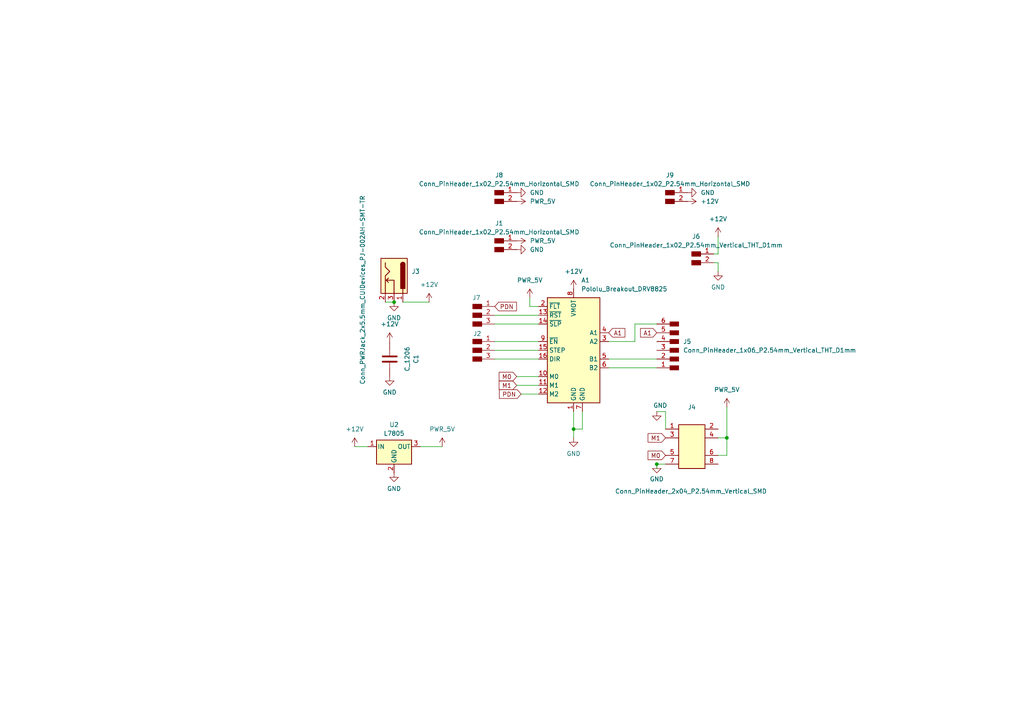
<source format=kicad_sch>
(kicad_sch (version 20231120) (generator "eeschema") (generator_version "8.0")
  (paper "A4")
  (lib_symbols
    (symbol "Driver_Motor:Pololu_Breakout_DRV8825"
      (property "Reference" "A" (at -2.54 16.51 0))
      (property "Value" "Pololu_Breakout_DRV8825" (at -2.54 13.97 0))
      (symbol "Pololu_Breakout_DRV8825_0_1"
        (rectangle (start 7.62 -17.78) (end -7.62 12.7) (stroke (width 0.254)) (fill (type background)))
      )
      (symbol "Pololu_Breakout_DRV8825_1_1"
        (pin power_in line (at 0 -20.32 90) (length 2.54) (name "GND") (number "1"))
        (pin input line (at -10.16 -10.16 0) (length 2.54) (name "M0") (number "10"))
        (pin input line (at -10.16 -12.7 0) (length 2.54) (name "M1") (number "11"))
        (pin input line (at -10.16 -15.24 0) (length 2.54) (name "M2") (number "12"))
        (pin input line (at -10.16 7.62 0) (length 2.54) (name "~{RST}") (number "13"))
        (pin input line (at -10.16 5.08 0) (length 2.54) (name "~{SLP}") (number "14"))
        (pin input line (at -10.16 -2.54 0) (length 2.54) (name "STEP") (number "15"))
        (pin input line (at -10.16 -5.08 0) (length 2.54) (name "DIR") (number "16"))
        (pin output line (at -10.16 10.16 0) (length 2.54) (name "~{FLT}") (number "2"))
        (pin output line (at 10.16 0 180) (length 2.54) (name "A2") (number "3"))
        (pin output line (at 10.16 2.54 180) (length 2.54) (name "A1") (number "4"))
        (pin output line (at 10.16 -5.08 180) (length 2.54) (name "B1") (number "5"))
        (pin output line (at 10.16 -7.62 180) (length 2.54) (name "B2") (number "6"))
        (pin power_in line (at 2.54 -20.32 90) (length 2.54) (name "GND") (number "7"))
        (pin power_in line (at 0 15.24 270) (length 2.54) (name "VMOT") (number "8"))
        (pin input line (at -10.16 0 0) (length 2.54) (name "~{EN}") (number "9"))
      )
    )
    (symbol "Regulator_Linear:L7805" (pin_names (offset 0.254))
      (property "Reference" "U" (at -3.81 3.175 0))
      (property "Value" "L7805" (at 0 3.175 0))
      (symbol "L7805_0_1"
        (rectangle (start -5.08 1.905) (end 5.08 -5.08) (stroke (width 0.254)) (fill (type background)))
      )
      (symbol "L7805_1_1"
        (pin power_in line (at -7.62 0 0) (length 2.54) (name "IN") (number "1"))
        (pin power_in line (at 0 -7.62 90) (length 2.54) (name "GND") (number "2"))
        (pin power_out line (at 7.62 0 180) (length 2.54) (name "OUT") (number "3"))
      )
    )
    (symbol "fab:C_1206" (pin_numbers hide)
      (property "Reference" "C" (at 0.635 2.54 0))
      (property "Value" "C_1206" (at 0.635 -2.54 0))
      (symbol "C_1206_0_1"
        (polyline (pts (xy -2.032 -0.762) (xy 2.032 -0.762)) (stroke (width 0.508)))
        (polyline (pts (xy -2.032 0.762) (xy 2.032 0.762)) (stroke (width 0.508)))
        (polyline (pts (xy 0 -0.635) (xy 0 -2.54)))
        (polyline (pts (xy 0 0.635) (xy 0 2.54)))
      )
      (symbol "C_1206_1_1"
        (pin passive line (at 0 5.08 270) (length 2.54) (name "~") (number "1"))
        (pin passive line (at 0 -5.08 90) (length 2.54) (name "~") (number "2"))
      )
    )
    (symbol "fab:Conn_PWRJack_2x5.5mm_CUIDevices_PJ-002AH-SMT-TR" (pin_names hide)
      (property "Reference" "J" (at 0 5.334 0))
      (property "Value" "Conn_PWRJack_2x5.5mm_CUIDevices_PJ-002AH-SMT-TR" (at 0 -5.08 0))
      (symbol "Conn_PWRJack_2x5.5mm_CUIDevices_PJ-002AH-SMT-TR_0_1"
        (rectangle (start -5.08 3.81) (end 5.08 -3.81) (stroke (width 0.254)) (fill (type background)))
        (arc (start -3.302 3.175) (mid -3.9343 2.54) (end -3.302 1.905) (stroke (width 0.254)))
        (arc (start -3.302 3.175) (mid -3.9343 2.54) (end -3.302 1.905) (stroke (width 0.254)) (fill (type outline)))
        (polyline (pts (xy 1.27 -2.286) (xy 1.905 -1.651)) (stroke (width 0.254)))
        (polyline (pts (xy 5.08 2.54) (xy 3.81 2.54)) (stroke (width 0.254)))
        (polyline (pts (xy 5.08 0) (xy 1.27 0) (xy 1.27 -2.286) (xy 0.635 -1.651)) (stroke (width 0.254)))
        (polyline (pts (xy -3.81 -2.54) (xy -2.54 -2.54) (xy -1.27 -1.27) (xy 0 -2.54) (xy 2.54 -2.54) (xy 5.08 -2.54)) (stroke (width 0.254)))
        (rectangle (start 3.683 3.175) (end -3.302 1.905) (stroke (width 0.254)) (fill (type outline)))
      )
      (symbol "Conn_PWRJack_2x5.5mm_CUIDevices_PJ-002AH-SMT-TR_1_1"
        (pin passive line (at 7.62 2.54 180) (length 2.54) (name "~") (number "1"))
        (pin passive line (at 7.62 -2.54 180) (length 2.54) (name "~") (number "2"))
        (pin passive line (at 7.62 0 180) (length 2.54) (name "~") (number "3"))
      )
    )
    (symbol "fab:Conn_PinHeader_1x02_P2.54mm_Horizontal_SMD" (pin_names hide)
      (property "Reference" "J" (at 0 2.54 0))
      (property "Value" "Conn_PinHeader_1x02_P2.54mm_Horizontal_SMD" (at 0 -5.08 0))
      (symbol "Conn_PinHeader_1x02_P2.54mm_Horizontal_SMD_1_1"
        (rectangle (start -1.27 -1.905) (end 1.27 -3.175) (stroke (width 0.254)) (fill (type outline)))
        (rectangle (start -1.27 0.635) (end 1.27 -0.635) (stroke (width 0.254)) (fill (type outline)))
        (pin passive line (at 5.08 0 180) (length 3.81) (name "Pin_1") (number "1"))
        (pin passive line (at 5.08 -2.54 180) (length 3.81) (name "Pin_2") (number "2"))
      )
    )
    (symbol "fab:Conn_PinHeader_1x02_P2.54mm_Vertical_THT_D1mm" (pin_names hide)
      (property "Reference" "J" (at 0 2.54 0))
      (property "Value" "Conn_PinHeader_1x02_P2.54mm_Vertical_THT_D1mm" (at 0 -5.08 0))
      (symbol "Conn_PinHeader_1x02_P2.54mm_Vertical_THT_D1mm_1_1"
        (rectangle (start -1.27 -1.905) (end 1.27 -3.175) (stroke (width 0.254)) (fill (type outline)))
        (rectangle (start -1.27 0.635) (end 1.27 -0.635) (stroke (width 0.254)) (fill (type outline)))
        (pin passive line (at 5.08 0 180) (length 3.81) (name "Pin_1") (number "1"))
        (pin passive line (at 5.08 -2.54 180) (length 3.81) (name "Pin_2") (number "2"))
      )
    )
    (symbol "fab:Conn_PinHeader_1x03_P2.54mm_Horizontal_SMD" (pin_names hide)
      (property "Reference" "J" (at 0 5.08 0))
      (property "Value" "Conn_PinHeader_1x03_P2.54mm_Horizontal_SMD" (at 0 -5.08 0))
      (symbol "Conn_PinHeader_1x03_P2.54mm_Horizontal_SMD_1_1"
        (rectangle (start -1.27 -1.905) (end 1.27 -3.175) (stroke (width 0.254)) (fill (type outline)))
        (rectangle (start -1.27 0.635) (end 1.27 -0.635) (stroke (width 0.254)) (fill (type outline)))
        (rectangle (start -1.27 3.175) (end 1.27 1.905) (stroke (width 0.254)) (fill (type outline)))
        (pin passive line (at 5.08 2.54 180) (length 3.81) (name "Pin_1") (number "1"))
        (pin passive line (at 5.08 0 180) (length 3.81) (name "Pin_2") (number "2"))
        (pin passive line (at 5.08 -2.54 180) (length 3.81) (name "Pin_3") (number "3"))
      )
    )
    (symbol "fab:Conn_PinHeader_1x06_P2.54mm_Vertical_THT_D1mm" (pin_names hide)
      (property "Reference" "J" (at 0 7.62 0))
      (property "Value" "Conn_PinHeader_1x06_P2.54mm_Vertical_THT_D1mm" (at 0 -10.16 0))
      (symbol "Conn_PinHeader_1x06_P2.54mm_Vertical_THT_D1mm_1_1"
        (rectangle (start -1.27 -6.985) (end 1.27 -8.255) (stroke (width 0.1524)) (fill (type outline)))
        (rectangle (start -1.27 -4.445) (end 1.27 -5.715) (stroke (width 0.1524)) (fill (type outline)))
        (rectangle (start -1.27 -1.905) (end 1.27 -3.175) (stroke (width 0.1524)) (fill (type outline)))
        (rectangle (start -1.27 0.635) (end 1.27 -0.635) (stroke (width 0.1524)) (fill (type outline)))
        (rectangle (start -1.27 3.175) (end 1.27 1.905) (stroke (width 0.1524)) (fill (type outline)))
        (rectangle (start -1.27 5.715) (end 1.27 4.445) (stroke (width 0.1524)) (fill (type outline)))
        (pin passive line (at 5.08 5.08 180) (length 3.81) (name "Pin_1") (number "1"))
        (pin passive line (at 5.08 2.54 180) (length 3.81) (name "Pin_2") (number "2"))
        (pin passive line (at 5.08 0 180) (length 3.81) (name "Pin_3") (number "3"))
        (pin passive line (at 5.08 -2.54 180) (length 3.81) (name "Pin_4") (number "4"))
        (pin passive line (at 5.08 -5.08 180) (length 3.81) (name "Pin_5") (number "5"))
        (pin passive line (at 5.08 -7.62 180) (length 3.81) (name "Pin_6") (number "6"))
      )
    )
    (symbol "fab:Conn_PinHeader_2x04_P2.54mm_Vertical_SMD" (pin_names hide)
      (property "Reference" "J" (at 0 7.62 0))
      (property "Value" "Conn_PinHeader_2x04_P2.54mm_Vertical_SMD" (at 0 -7.62 0))
      (symbol "Conn_PinHeader_2x04_P2.54mm_Vertical_SMD_1_1"
        (rectangle (start -3.81 6.35) (end 3.81 -6.35) (stroke (width 0.254)) (fill (type background)))
        (pin passive line (at -7.62 5.08 0) (length 3.81) (name "Pin_1") (number "1"))
        (pin passive line (at 7.62 5.08 180) (length 3.81) (name "Pin_2") (number "2"))
        (pin passive line (at -7.62 2.54 0) (length 3.81) (name "Pin_3") (number "3"))
        (pin passive line (at 7.62 2.54 180) (length 3.81) (name "Pin_4") (number "4"))
        (pin passive line (at -7.62 -2.54 0) (length 3.81) (name "Pin_5") (number "5"))
        (pin passive line (at 7.62 -2.54 180) (length 3.81) (name "Pin_6") (number "6"))
        (pin passive line (at -7.62 -5.08 0) (length 3.81) (name "Pin_7") (number "7"))
        (pin passive line (at 7.62 -5.08 180) (length 3.81) (name "Pin_8") (number "8"))
      )
    )
    (symbol "fab:PWR_5V" (power) (pin_names (offset 0))
      (property "Value" "PWR_5V" (at 0 3.556 0))
      (symbol "PWR_5V_0_1"
        (polyline (pts (xy -0.762 1.27) (xy 0 2.54)))
        (polyline (pts (xy 0 0) (xy 0 2.54)))
        (polyline (pts (xy 0 2.54) (xy 0.762 1.27)))
      )
      (symbol "PWR_5V_1_1"
        (pin power_in line (at 0 0 90) (length 0) hide (name "PWR_5V") (number "1"))
      )
    )
    (symbol "power:+12V" (power) (pin_numbers hide) (pin_names (offset 0) hide)
      (property "Value" "+12V" (at 0 3.556 0))
      (symbol "+12V_0_1"
        (polyline (pts (xy -0.762 1.27) (xy 0 2.54)))
        (polyline (pts (xy 0 0) (xy 0 2.54)))
        (polyline (pts (xy 0 2.54) (xy 0.762 1.27)))
      )
      (symbol "+12V_1_1"
        (pin power_in line (at 0 0 90) (length 0) (name "~") (number "1"))
      )
    )
    (symbol "power:GND" (power) (pin_numbers hide) (pin_names (offset 0) hide)
      (property "Value" "GND" (at 0 -3.81 0))
      (symbol "GND_0_1"
        (polyline (pts (xy 0 0) (xy 0 -1.27) (xy 1.27 -1.27) (xy 0 -2.54) (xy -1.27 -1.27) (xy 0 -1.27)))
      )
      (symbol "GND_1_1"
        (pin power_in line (at 0 0 270) (length 0) (name "~") (number "1"))
      )
    )
  )
  (junction (at 190.5 134.62))
  (junction (at 114.3 87.63))
  (junction (at 166.37 124.46))
  (junction (at 210.82 127))
  (wire (pts (xy 207.01 73.66) (xy 208.28 73.66)))
  (wire (pts (xy 184.15 99.06) (xy 176.53 99.06)))
  (wire (pts (xy 166.37 127) (xy 166.37 124.46)))
  (wire (pts (xy 121.92 129.54) (xy 128.27 129.54)))
  (wire (pts (xy 210.82 132.08) (xy 210.82 127)))
  (wire (pts (xy 207.01 76.2) (xy 208.28 76.2)))
  (wire (pts (xy 143.51 101.6) (xy 156.21 101.6)))
  (wire (pts (xy 156.21 88.9) (xy 153.67 88.9)))
  (wire (pts (xy 208.28 76.2) (xy 208.28 78.74)))
  (wire (pts (xy 193.04 119.38) (xy 190.5 119.38)))
  (wire (pts (xy 143.51 99.06) (xy 156.21 99.06)))
  (wire (pts (xy 143.51 93.98) (xy 156.21 93.98)))
  (wire (pts (xy 210.82 118.11) (xy 210.82 127)))
  (wire (pts (xy 193.04 119.38) (xy 193.04 124.46)))
  (wire (pts (xy 184.15 93.98) (xy 184.15 99.06)))
  (wire (pts (xy 149.86 109.22) (xy 156.21 109.22)))
  (wire (pts (xy 143.51 91.44) (xy 156.21 91.44)))
  (wire (pts (xy 102.87 129.54) (xy 106.68 129.54)))
  (wire (pts (xy 208.28 73.66) (xy 208.28 68.58)))
  (wire (pts (xy 210.82 127) (xy 208.28 127)))
  (wire (pts (xy 208.28 132.08) (xy 210.82 132.08)))
  (wire (pts (xy 190.5 135.89) (xy 190.5 134.62)))
  (wire (pts (xy 168.91 119.38) (xy 168.91 124.46)))
  (wire (pts (xy 111.76 87.63) (xy 114.3 87.63)))
  (wire (pts (xy 166.37 124.46) (xy 166.37 119.38)))
  (wire (pts (xy 168.91 124.46) (xy 166.37 124.46)))
  (wire (pts (xy 151.13 114.3) (xy 156.21 114.3)))
  (wire (pts (xy 149.86 111.76) (xy 156.21 111.76)))
  (wire (pts (xy 190.5 134.62) (xy 193.04 134.62)))
  (wire (pts (xy 190.5 93.98) (xy 184.15 93.98)))
  (wire (pts (xy 116.84 87.63) (xy 124.46 87.63)))
  (wire (pts (xy 143.51 104.14) (xy 156.21 104.14)))
  (wire (pts (xy 153.67 88.9) (xy 153.67 86.36)))
  (wire (pts (xy 176.53 104.14) (xy 190.5 104.14)))
  (wire (pts (xy 176.53 106.68) (xy 190.5 106.68)))
  (global_label "PDN" (shape input) (at 143.51 88.9 0) (property "Intersheetrefs" "${INTERSHEET_REFS}" (effects (hide yes))))
  (global_label "M1" (shape input) (at 193.04 127 180) (property "Intersheetrefs" "${INTERSHEET_REFS}" (effects (hide yes))))
  (global_label "A1" (shape input) (at 176.53 96.52 0) (property "Intersheetrefs" "${INTERSHEET_REFS}" (effects (hide yes))))
  (global_label "M0" (shape input) (at 193.04 132.08 180) (property "Intersheetrefs" "${INTERSHEET_REFS}" (effects (hide yes))))
  (global_label "M0" (shape input) (at 149.86 109.22 180) (property "Intersheetrefs" "${INTERSHEET_REFS}" (effects (hide yes))))
  (global_label "A1" (shape input) (at 190.5 96.52 180) (property "Intersheetrefs" "${INTERSHEET_REFS}" (effects (hide yes))))
  (global_label "PDN" (shape input) (at 151.13 114.3 180) (property "Intersheetrefs" "${INTERSHEET_REFS}" (effects (hide yes))))
  (global_label "M1" (shape input) (at 149.86 111.76 180) (property "Intersheetrefs" "${INTERSHEET_REFS}" (effects (hide yes))))
  (symbol (lib_id "fab:PWR_5V") (at 128.27 129.54 0) (unit 1)
    (property "Reference" "#PWR010" (effects (hide yes)))
    (property "Value" "PWR_5V" (at 128.27 124.46 0))
    (property "Description" "Power symbol creates a global label with name \"+5V\"" (effects (hide yes)))
  )
  (symbol (lib_id "power:GND") (at 149.86 55.88 90) (unit 1)
    (property "Reference" "#PWR018" (effects (hide yes)))
    (property "Value" "GND" (at 153.67 55.8799 90) (effects (justify right)))
    (property "Description" "Power symbol creates a global label with name \"GND\" , ground" (effects (hide yes)))
  )
  (symbol (lib_id "fab:Conn_PinHeader_1x02_P2.54mm_Horizontal_SMD") (at 144.78 55.88 0) (unit 1)
    (property "Reference" "J8" (at 144.78 50.8 0))
    (property "Value" "Conn_PinHeader_1x02_P2.54mm_Horizontal_SMD" (at 144.78 53.34 0))
    (property "Footprint" "fab:PinHeader_1x02_P2.54mm_Horizontal_SMD" (effects (hide yes)))
    (property "Description" "Male connector, single row" (effects (hide yes)))
  )
  (symbol (lib_id "power:GND") (at 113.03 109.22 0) (unit 1)
    (property "Reference" "#PWR06" (effects (hide yes)))
    (property "Value" "GND" (at 115.062 113.792 0) (effects (justify right)))
    (property "Description" "Power symbol creates a global label with name \"GND\" , ground" (effects (hide yes)))
  )
  (symbol (lib_id "fab:Conn_PinHeader_2x04_P2.54mm_Vertical_SMD") (at 200.66 129.54 0) (unit 1)
    (property "Reference" "J4" (at 200.66 118.11 0))
    (property "Value" "Conn_PinHeader_2x04_P2.54mm_Vertical_SMD" (at 200.406 142.494 0))
    (property "Footprint" "fab:PinHeader_2x04_P2.54mm_Vertical_SMD" (effects (hide yes)))
    (property "Datasheet" "https://cdn.amphenol-icc.com/media/wysiwyg/files/drawing/95278.pdf" (effects (hide yes)))
    (property "Description" "Connector Header Surface Mount 8 position 0.100\" (2.54mm)" (effects (hide yes)))
  )
  (symbol (lib_id "fab:Conn_PinHeader_1x02_P2.54mm_Horizontal_SMD") (at 144.78 69.85 0) (unit 1)
    (property "Reference" "J1" (at 144.78 64.77 0))
    (property "Value" "Conn_PinHeader_1x02_P2.54mm_Horizontal_SMD" (at 144.78 67.31 0))
    (property "Footprint" "fab:PinHeader_1x02_P2.54mm_Horizontal_SMD" (effects (hide yes)))
    (property "Description" "Male connector, single row" (effects (hide yes)))
  )
  (symbol (lib_id "power:GND") (at 166.37 127 0) (unit 1)
    (property "Reference" "#PWR015" (effects (hide yes)))
    (property "Value" "GND" (at 168.402 131.572 0) (effects (justify right)))
    (property "Description" "Power symbol creates a global label with name \"GND\" , ground" (effects (hide yes)))
  )
  (symbol (lib_id "power:+12V") (at 208.28 68.58 0) (unit 1)
    (property "Reference" "#PWR013" (effects (hide yes)))
    (property "Value" "+12V" (at 208.28 63.5 0))
    (property "Description" "Power symbol creates a global label with name \"+12V\"" (effects (hide yes)))
  )
  (symbol (lib_id "power:+12V") (at 113.03 99.06 0) (unit 1)
    (property "Reference" "#PWR08" (effects (hide yes)))
    (property "Value" "+12V" (at 113.03 93.98 0))
    (property "Description" "Power symbol creates a global label with name \"+12V\"" (effects (hide yes)))
  )
  (symbol (lib_id "power:GND") (at 190.5 119.38 0) (unit 1)
    (property "Reference" "#PWR012" (effects (hide yes)))
    (property "Value" "GND" (at 193.548 117.602 0) (effects (justify right)))
    (property "Description" "Power symbol creates a global label with name \"GND\" , ground" (effects (hide yes)))
  )
  (symbol (lib_id "fab:Conn_PinHeader_1x02_P2.54mm_Vertical_THT_D1mm") (at 201.93 73.66 0) (unit 1)
    (property "Reference" "J6" (at 201.93 68.58 0))
    (property "Value" "Conn_PinHeader_1x02_P2.54mm_Vertical_THT_D1mm" (at 201.93 71.12 0))
    (property "Footprint" "fab:PinHeader_1x02_P2.54mm_Vertical_THT_D1mm" (effects (hide yes)))
    (property "Description" "Male connector, single row" (effects (hide yes)))
  )
  (symbol (lib_id "power:GND") (at 199.39 55.88 90) (unit 1)
    (property "Reference" "#PWR019" (effects (hide yes)))
    (property "Value" "GND" (at 203.2 55.8799 90) (effects (justify right)))
    (property "Description" "Power symbol creates a global label with name \"GND\" , ground" (effects (hide yes)))
  )
  (symbol (lib_id "power:GND") (at 149.86 72.39 90) (unit 1)
    (property "Reference" "#PWR02" (effects (hide yes)))
    (property "Value" "GND" (at 153.67 72.3899 90) (effects (justify right)))
    (property "Description" "Power symbol creates a global label with name \"GND\" , ground" (effects (hide yes)))
  )
  (symbol (lib_id "power:GND") (at 190.5 134.62 0) (unit 1)
    (property "Reference" "#PWR04" (effects (hide yes)))
    (property "Value" "GND" (at 192.532 138.938 0) (effects (justify right)))
    (property "Description" "Power symbol creates a global label with name \"GND\" , ground" (effects (hide yes)))
  )
  (symbol (lib_id "Regulator_Linear:L7805") (at 114.3 129.54 0) (unit 1)
    (property "Reference" "U2" (at 114.3 123.19 0))
    (property "Value" "L7805" (at 114.3 125.73 0))
    (property "Footprint" "fab:PinHeader_1x03_P2.54mm_Vertical_THT_D1mm" (effects (hide yes)))
    (property "Datasheet" "http://www.st.com/content/ccc/resource/technical/document/datasheet/41/4f/b3/b0/12/d4/47/88/CD00000444.pdf/files/CD00000444.pdf/jcr:content/translations/en.CD00000444.pdf" (effects (hide yes)))
    (property "Description" "Positive 1.5A 35V Linear Regulator, Fixed Output 5V, TO-220/TO-263/TO-252" (effects (hide yes)))
  )
  (symbol (lib_id "power:+12V") (at 166.37 83.82 0) (unit 1)
    (property "Reference" "#PWR05" (effects (hide yes)))
    (property "Value" "+12V" (at 166.37 78.74 0))
    (property "Description" "Power symbol creates a global label with name \"+12V\"" (effects (hide yes)))
  )
  (symbol (lib_id "fab:PWR_5V") (at 149.86 58.42 270) (unit 1)
    (property "Reference" "#PWR017" (effects (hide yes)))
    (property "Value" "PWR_5V" (at 153.67 58.4199 90) (effects (justify left)))
    (property "Description" "Power symbol creates a global label with name \"+5V\"" (effects (hide yes)))
  )
  (symbol (lib_id "power:+12V") (at 102.87 129.54 0) (unit 1)
    (property "Reference" "#PWR09" (effects (hide yes)))
    (property "Value" "+12V" (at 102.87 124.46 0))
    (property "Description" "Power symbol creates a global label with name \"+12V\"" (effects (hide yes)))
  )
  (symbol (lib_id "fab:Conn_PinHeader_1x06_P2.54mm_Vertical_THT_D1mm") (at 195.58 101.6 180) (unit 1)
    (property "Reference" "J5" (at 198.12 99.0599 0) (effects (justify right)))
    (property "Value" "Conn_PinHeader_1x06_P2.54mm_Vertical_THT_D1mm" (at 198.12 101.5999 0) (effects (justify right)))
    (property "Footprint" "fab:PinHeader_1x06_P2.54mm_Vertical_THT_D1mm" (effects (hide yes)))
    (property "Datasheet" "https://media.digikey.com/PDF/Data%20Sheets/Sullins%20PDFs/xRxCzzzSxxN-RC_ST_11635-B.pdf" (effects (hide yes)))
    (property "Description" "Connector Header Through Hole 6 positions 0.100\" (2.54mm)" (effects (hide yes)))
  )
  (symbol (lib_id "power:+12V") (at 124.46 87.63 0) (unit 1)
    (property "Reference" "#PWR07" (effects (hide yes)))
    (property "Value" "+12V" (at 124.46 82.55 0))
    (property "Description" "Power symbol creates a global label with name \"+12V\"" (effects (hide yes)))
  )
  (symbol (lib_id "fab:Conn_PWRJack_2x5.5mm_CUIDevices_PJ-002AH-SMT-TR") (at 114.3 80.01 270) (unit 1)
    (property "Reference" "J3" (at 119.38 78.7399 90) (effects (justify left)))
    (property "Value" "Conn_PWRJack_2x5.5mm_CUIDevices_PJ-002AH-SMT-TR" (at 105.156 56.642 0) (effects (justify left)))
    (property "Footprint" "fab:CUIDevices_PJ-002AH-SMT-TR_PWRJack_2x5.5mm" (effects (hide yes)))
    (property "Datasheet" "https://www.cuidevices.com/product/resource/pj-002ah-smt-tr.pdf" (effects (hide yes)))
    (property "Description" "Power Barrel Connector Jack 2.00mm ID (0.079\"), 5.50mm OD (0.217\") Surface Mount" (effects (hide yes)))
  )
  (symbol (lib_id "power:+12V") (at 199.39 58.42 270) (unit 1)
    (property "Reference" "#PWR021" (effects (hide yes)))
    (property "Value" "+12V" (at 203.2 58.4199 90) (effects (justify left)))
    (property "Description" "Power symbol creates a global label with name \"+12V\"" (effects (hide yes)))
  )
  (symbol (lib_id "fab:PWR_5V") (at 149.86 69.85 270) (unit 1)
    (property "Reference" "#PWR01" (effects (hide yes)))
    (property "Value" "PWR_5V" (at 153.67 69.8499 90) (effects (justify left)))
    (property "Description" "Power symbol creates a global label with name \"+5V\"" (effects (hide yes)))
  )
  (symbol (lib_id "fab:PWR_5V") (at 210.82 118.11 0) (unit 1)
    (property "Reference" "#PWR03" (effects (hide yes)))
    (property "Value" "PWR_5V" (at 210.82 113.03 0))
    (property "Description" "Power symbol creates a global label with name \"+5V\"" (effects (hide yes)))
  )
  (symbol (lib_id "fab:Conn_PinHeader_1x03_P2.54mm_Horizontal_SMD") (at 138.43 101.6 0) (unit 1)
    (property "Reference" "J2" (at 138.43 96.774 0))
    (property "Value" "Conn_PinHeader_1x03_P2.54mm_Horizontal_SMD" (effects (hide yes)))
    (property "Footprint" "fab:PinHeader_1x03_P2.54mm_Horizontal_SMD" (effects (hide yes)))
    (property "Description" "Male connector, single row" (effects (hide yes)))
  )
  (symbol (lib_id "fab:PWR_5V") (at 153.67 86.36 0) (unit 1)
    (property "Reference" "#PWR016" (effects (hide yes)))
    (property "Value" "PWR_5V" (at 153.67 81.28 0))
    (property "Description" "Power symbol creates a global label with name \"+5V\"" (effects (hide yes)))
  )
  (symbol (lib_id "Driver_Motor:Pololu_Breakout_DRV8825") (at 166.37 99.06 0) (unit 1)
    (property "Reference" "A1" (at 168.5641 81.28 0) (effects (justify left)))
    (property "Value" "Pololu_Breakout_DRV8825" (at 168.5641 83.82 0) (effects (justify left)))
    (property "Footprint" "Module:Pololu_Breakout-16_15.2x20.3mm" (effects (hide yes)))
    (property "Datasheet" "https://www.pololu.com/product/2982" (effects (hide yes)))
    (property "Description" "Pololu Breakout Board, Stepper Driver DRV8825" (effects (hide yes)))
  )
  (symbol (lib_id "power:GND") (at 114.3 87.63 0) (unit 1)
    (property "Reference" "#PWR020" (effects (hide yes)))
    (property "Value" "GND" (at 116.332 92.202 0) (effects (justify right)))
    (property "Description" "Power symbol creates a global label with name \"GND\" , ground" (effects (hide yes)))
  )
  (symbol (lib_id "fab:C_1206") (at 113.03 104.14 0) (unit 1)
    (property "Reference" "C1" (at 120.65 104.14 90))
    (property "Value" "C_1206" (at 118.11 104.14 90))
    (property "Footprint" "fab:C_1206" (effects (hide yes)))
    (property "Datasheet" "https://www.yageo.com/upload/media/product/productsearch/datasheet/mlcc/UPY-GP_NP0_16V-to-50V_18.pdf" (effects (hide yes)))
    (property "Description" "Unpolarized capacitor, SMD, 1206" (effects (hide yes)))
  )
  (symbol (lib_id "fab:Conn_PinHeader_1x03_P2.54mm_Horizontal_SMD") (at 138.43 91.44 0) (unit 1)
    (property "Reference" "J7" (at 138.176 86.36 0))
    (property "Value" "Conn_PinHeader_1x03_P2.54mm_Horizontal_SMD" (effects (hide yes)))
    (property "Footprint" "fab:PinHeader_1x03_P2.54mm_Horizontal_SMD" (effects (hide yes)))
    (property "Description" "Male connector, single row" (effects (hide yes)))
  )
  (symbol (lib_id "power:GND") (at 114.3 137.16 0) (unit 1)
    (property "Reference" "#PWR011" (effects (hide yes)))
    (property "Value" "GND" (at 116.332 141.732 0) (effects (justify right)))
    (property "Description" "Power symbol creates a global label with name \"GND\" , ground" (effects (hide yes)))
  )
  (symbol (lib_id "fab:Conn_PinHeader_1x02_P2.54mm_Horizontal_SMD") (at 194.31 55.88 0) (unit 1)
    (property "Reference" "J9" (at 194.31 50.8 0))
    (property "Value" "Conn_PinHeader_1x02_P2.54mm_Horizontal_SMD" (at 194.31 53.34 0))
    (property "Footprint" "fab:PinHeader_1x02_P2.54mm_Horizontal_SMD" (effects (hide yes)))
    (property "Description" "Male connector, single row" (effects (hide yes)))
  )
  (symbol (lib_id "power:GND") (at 208.28 78.74 0) (unit 1)
    (property "Reference" "#PWR014" (effects (hide yes)))
    (property "Value" "GND" (at 210.312 83.312 0) (effects (justify right)))
    (property "Description" "Power symbol creates a global label with name \"GND\" , ground" (effects (hide yes)))
  )
)
</source>
